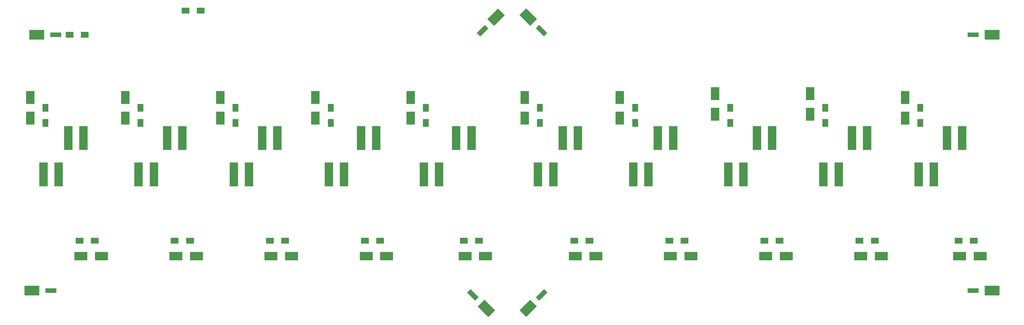
<source format=gbp>
G04 #@! TF.FileFunction,Paste,Bot*
%FSLAX46Y46*%
G04 Gerber Fmt 4.6, Leading zero omitted, Abs format (unit mm)*
G04 Created by KiCad (PCBNEW 4.0.6) date 08/11/17 10:43:16*
%MOMM*%
%LPD*%
G01*
G04 APERTURE LIST*
%ADD10C,0.100000*%
%ADD11R,2.300000X3.500000*%
%ADD12R,3.500000X2.300000*%
%ADD13R,4.000000X2.500000*%
%ADD14R,3.000000X1.300000*%
%ADD15R,1.600000X2.000000*%
%ADD16R,2.000000X1.600000*%
%ADD17R,2.200000X6.350000*%
G04 APERTURE END LIST*
D10*
D11*
X27000000Y-67300000D03*
X27000000Y-72700000D03*
D12*
X40300000Y-109000000D03*
X45700000Y-109000000D03*
D11*
X52000000Y-67300000D03*
X52000000Y-72700000D03*
D12*
X65300000Y-109000000D03*
X70700000Y-109000000D03*
D11*
X77000000Y-67300000D03*
X77000000Y-72700000D03*
D12*
X90300000Y-109000000D03*
X95700000Y-109000000D03*
D11*
X102000000Y-67300000D03*
X102000000Y-72700000D03*
D12*
X115300000Y-109000000D03*
X120700000Y-109000000D03*
D11*
X127000000Y-67300000D03*
X127000000Y-72700000D03*
D12*
X141300000Y-109000000D03*
X146700000Y-109000000D03*
D11*
X157000000Y-67300000D03*
X157000000Y-72700000D03*
D12*
X170300000Y-109000000D03*
X175700000Y-109000000D03*
D11*
X182000000Y-67300000D03*
X182000000Y-72700000D03*
D12*
X195300000Y-109000000D03*
X200700000Y-109000000D03*
D11*
X207000000Y-66300000D03*
X207000000Y-71700000D03*
D12*
X220300000Y-109000000D03*
X225700000Y-109000000D03*
D11*
X232000000Y-66300000D03*
X232000000Y-71700000D03*
D12*
X245300000Y-109000000D03*
X250700000Y-109000000D03*
D11*
X257000000Y-67300000D03*
X257000000Y-72700000D03*
D12*
X271300000Y-109000000D03*
X276700000Y-109000000D03*
D13*
X27480000Y-118110000D03*
D14*
X32480000Y-118110000D03*
D13*
X28750000Y-50800000D03*
D14*
X33750000Y-50800000D03*
D13*
X279860000Y-50800000D03*
D14*
X274860000Y-50800000D03*
D13*
X279860000Y-118110000D03*
D14*
X274860000Y-118110000D03*
D10*
G36*
X144603223Y-122240990D02*
X146370990Y-120473223D01*
X149199417Y-123301650D01*
X147431650Y-125069417D01*
X144603223Y-122240990D01*
X144603223Y-122240990D01*
G37*
G36*
X141845506Y-118634745D02*
X142764745Y-117715506D01*
X144886066Y-119836827D01*
X143966827Y-120756066D01*
X141845506Y-118634745D01*
X141845506Y-118634745D01*
G37*
G36*
X160196777Y-46669010D02*
X158429010Y-48436777D01*
X155600583Y-45608350D01*
X157368350Y-43840583D01*
X160196777Y-46669010D01*
X160196777Y-46669010D01*
G37*
G36*
X162954494Y-50275255D02*
X162035255Y-51194494D01*
X159913934Y-49073173D01*
X160833173Y-48153934D01*
X162954494Y-50275255D01*
X162954494Y-50275255D01*
G37*
G36*
X148910990Y-48436777D02*
X147143223Y-46669010D01*
X149971650Y-43840583D01*
X151739417Y-45608350D01*
X148910990Y-48436777D01*
X148910990Y-48436777D01*
G37*
G36*
X145304745Y-51194494D02*
X144385506Y-50275255D01*
X146506827Y-48153934D01*
X147426066Y-49073173D01*
X145304745Y-51194494D01*
X145304745Y-51194494D01*
G37*
G36*
X158429010Y-120473223D02*
X160196777Y-122240990D01*
X157368350Y-125069417D01*
X155600583Y-123301650D01*
X158429010Y-120473223D01*
X158429010Y-120473223D01*
G37*
G36*
X162035255Y-117715506D02*
X162954494Y-118634745D01*
X160833173Y-120756066D01*
X159913934Y-119836827D01*
X162035255Y-117715506D01*
X162035255Y-117715506D01*
G37*
D15*
X31000000Y-74000000D03*
X31000000Y-70000000D03*
D16*
X69000000Y-105000000D03*
X65000000Y-105000000D03*
D15*
X81000000Y-74000000D03*
X81000000Y-70000000D03*
X106000000Y-74000000D03*
X106000000Y-70000000D03*
X131000000Y-74000000D03*
X131000000Y-70000000D03*
X161000000Y-74000000D03*
X161000000Y-70000000D03*
X186000000Y-74000000D03*
X186000000Y-70000000D03*
X211000000Y-74000000D03*
X211000000Y-70000000D03*
X236000000Y-74000000D03*
X236000000Y-70000000D03*
X261000000Y-74000000D03*
X261000000Y-70000000D03*
D16*
X41370000Y-50800000D03*
X37370000Y-50800000D03*
X44000000Y-105000000D03*
X40000000Y-105000000D03*
D15*
X56000000Y-74000000D03*
X56000000Y-70000000D03*
D16*
X94000000Y-105000000D03*
X90000000Y-105000000D03*
X119000000Y-105000000D03*
X115000000Y-105000000D03*
X145000000Y-105000000D03*
X141000000Y-105000000D03*
X174000000Y-105000000D03*
X170000000Y-105000000D03*
X199000000Y-105000000D03*
X195000000Y-105000000D03*
X224000000Y-105000000D03*
X220000000Y-105000000D03*
X249000000Y-105000000D03*
X245000000Y-105000000D03*
X275000000Y-105000000D03*
X271000000Y-105000000D03*
X71850000Y-44450000D03*
X67850000Y-44450000D03*
D17*
X30500000Y-87500000D03*
X34500000Y-87500000D03*
X41000000Y-78000000D03*
X37000000Y-78000000D03*
X55500000Y-87500000D03*
X59500000Y-87500000D03*
X67000000Y-78000000D03*
X63000000Y-78000000D03*
X80500000Y-87500000D03*
X84500000Y-87500000D03*
X92000000Y-78000000D03*
X88000000Y-78000000D03*
X105500000Y-87500000D03*
X109500000Y-87500000D03*
X118000000Y-78000000D03*
X114000000Y-78000000D03*
X130500000Y-87500000D03*
X134500000Y-87500000D03*
X143000000Y-78000000D03*
X139000000Y-78000000D03*
X160500000Y-87500000D03*
X164500000Y-87500000D03*
X171000000Y-78000000D03*
X167000000Y-78000000D03*
X185500000Y-87500000D03*
X189500000Y-87500000D03*
X196000000Y-78000000D03*
X192000000Y-78000000D03*
X210500000Y-87500000D03*
X214500000Y-87500000D03*
X222000000Y-78000000D03*
X218000000Y-78000000D03*
X235500000Y-87500000D03*
X239500000Y-87500000D03*
X247000000Y-78000000D03*
X243000000Y-78000000D03*
X260500000Y-87500000D03*
X264500000Y-87500000D03*
X272000000Y-78000000D03*
X268000000Y-78000000D03*
M02*

</source>
